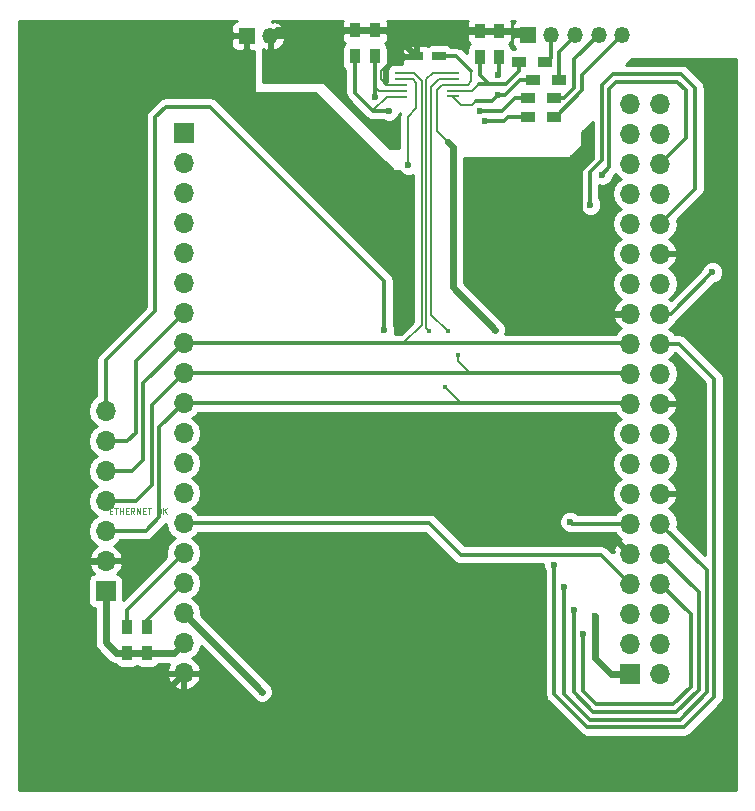
<source format=gbr>
G04 #@! TF.FileFunction,Copper,L1,Top,Signal*
%FSLAX46Y46*%
G04 Gerber Fmt 4.6, Leading zero omitted, Abs format (unit mm)*
G04 Created by KiCad (PCBNEW 4.0.6-e0-6349~53~ubuntu16.04.1) date Tue Jul  4 14:56:25 2017*
%MOMM*%
%LPD*%
G01*
G04 APERTURE LIST*
%ADD10C,0.100000*%
%ADD11R,1.200000X0.750000*%
%ADD12R,1.350000X1.350000*%
%ADD13O,1.350000X1.350000*%
%ADD14R,1.700000X1.700000*%
%ADD15O,1.700000X1.700000*%
%ADD16R,1.200000X0.900000*%
%ADD17R,0.900000X1.200000*%
%ADD18R,1.050000X0.270000*%
%ADD19C,0.600000*%
%ADD20C,0.400000*%
%ADD21C,0.600000*%
%ADD22C,0.200000*%
%ADD23C,0.350000*%
%ADD24C,0.254000*%
G04 APERTURE END LIST*
D10*
X61345239Y-72214286D02*
X61511905Y-72214286D01*
X61583334Y-72476190D02*
X61345239Y-72476190D01*
X61345239Y-71976190D01*
X61583334Y-71976190D01*
X61726191Y-71976190D02*
X62011905Y-71976190D01*
X61869048Y-72476190D02*
X61869048Y-71976190D01*
X62178572Y-72476190D02*
X62178572Y-71976190D01*
X62178572Y-72214286D02*
X62464286Y-72214286D01*
X62464286Y-72476190D02*
X62464286Y-71976190D01*
X62702382Y-72214286D02*
X62869048Y-72214286D01*
X62940477Y-72476190D02*
X62702382Y-72476190D01*
X62702382Y-71976190D01*
X62940477Y-71976190D01*
X63440477Y-72476190D02*
X63273810Y-72238095D01*
X63154763Y-72476190D02*
X63154763Y-71976190D01*
X63345239Y-71976190D01*
X63392858Y-72000000D01*
X63416667Y-72023810D01*
X63440477Y-72071429D01*
X63440477Y-72142857D01*
X63416667Y-72190476D01*
X63392858Y-72214286D01*
X63345239Y-72238095D01*
X63154763Y-72238095D01*
X63654763Y-72476190D02*
X63654763Y-71976190D01*
X63940477Y-72476190D01*
X63940477Y-71976190D01*
X64178573Y-72214286D02*
X64345239Y-72214286D01*
X64416668Y-72476190D02*
X64178573Y-72476190D01*
X64178573Y-71976190D01*
X64416668Y-71976190D01*
X64559525Y-71976190D02*
X64845239Y-71976190D01*
X64702382Y-72476190D02*
X64702382Y-71976190D01*
X65559524Y-72214286D02*
X65630953Y-72238095D01*
X65654762Y-72261905D01*
X65678572Y-72309524D01*
X65678572Y-72380952D01*
X65654762Y-72428571D01*
X65630953Y-72452381D01*
X65583334Y-72476190D01*
X65392858Y-72476190D01*
X65392858Y-71976190D01*
X65559524Y-71976190D01*
X65607143Y-72000000D01*
X65630953Y-72023810D01*
X65654762Y-72071429D01*
X65654762Y-72119048D01*
X65630953Y-72166667D01*
X65607143Y-72190476D01*
X65559524Y-72214286D01*
X65392858Y-72214286D01*
X65892858Y-72476190D02*
X65892858Y-71976190D01*
X66178572Y-72476190D02*
X65964286Y-72190476D01*
X66178572Y-71976190D02*
X65892858Y-72261905D01*
D11*
X87300000Y-33750000D03*
X89200000Y-33750000D03*
D12*
X96750000Y-31900000D03*
D13*
X98750000Y-31900000D03*
X100750000Y-31900000D03*
X102750000Y-31900000D03*
X104750000Y-31900000D03*
D14*
X105400000Y-86000000D03*
D15*
X107940000Y-86000000D03*
X105400000Y-83460000D03*
X107940000Y-83460000D03*
X105400000Y-80920000D03*
X107940000Y-80920000D03*
X105400000Y-78380000D03*
X107940000Y-78380000D03*
X105400000Y-75840000D03*
X107940000Y-75840000D03*
X105400000Y-73300000D03*
X107940000Y-73300000D03*
X105400000Y-70760000D03*
X107940000Y-70760000D03*
X105400000Y-68220000D03*
X107940000Y-68220000D03*
X105400000Y-65680000D03*
X107940000Y-65680000D03*
X105400000Y-63140000D03*
X107940000Y-63140000D03*
X105400000Y-60600000D03*
X107940000Y-60600000D03*
X105400000Y-58060000D03*
X107940000Y-58060000D03*
X105400000Y-55520000D03*
X107940000Y-55520000D03*
X105400000Y-52980000D03*
X107940000Y-52980000D03*
X105400000Y-50440000D03*
X107940000Y-50440000D03*
X105400000Y-47900000D03*
X107940000Y-47900000D03*
X105400000Y-45360000D03*
X107940000Y-45360000D03*
X105400000Y-42820000D03*
X107940000Y-42820000D03*
X105400000Y-40280000D03*
X107940000Y-40280000D03*
X105400000Y-37740000D03*
X107940000Y-37740000D03*
D16*
X96750000Y-38850000D03*
X98950000Y-38850000D03*
D17*
X83800000Y-31550000D03*
X83800000Y-33750000D03*
D16*
X96750000Y-37300000D03*
X98950000Y-37300000D03*
D17*
X82110000Y-31540000D03*
X82110000Y-33740000D03*
D16*
X97200000Y-35750000D03*
X99400000Y-35750000D03*
D17*
X94300000Y-31600000D03*
X94300000Y-33800000D03*
D16*
X96000000Y-34200000D03*
X98200000Y-34200000D03*
D17*
X92690000Y-31600000D03*
X92690000Y-33800000D03*
X64500000Y-84250000D03*
X64500000Y-82050000D03*
X62800000Y-84250000D03*
X62800000Y-82050000D03*
D18*
X86000000Y-35150000D03*
X86000000Y-35650000D03*
X86000000Y-36150000D03*
X86000000Y-36650000D03*
X86000000Y-37150000D03*
X90400000Y-37140000D03*
X90400000Y-36650000D03*
X90400000Y-36150000D03*
X90400000Y-35650000D03*
X90400000Y-35150000D03*
D14*
X61000000Y-79000000D03*
D15*
X61000000Y-76460000D03*
X61000000Y-73920000D03*
X61000000Y-71380000D03*
X61000000Y-68840000D03*
X61000000Y-66300000D03*
X61000000Y-63760000D03*
D12*
X72950000Y-32000000D03*
D13*
X74950000Y-32000000D03*
D14*
X67600000Y-40250000D03*
D15*
X67600000Y-42790000D03*
X67600000Y-45330000D03*
X67600000Y-47870000D03*
X67600000Y-50410000D03*
X67600000Y-52950000D03*
X67600000Y-55490000D03*
X67600000Y-58030000D03*
X67600000Y-60570000D03*
X67600000Y-63110000D03*
X67600000Y-65650000D03*
X67600000Y-68190000D03*
X67600000Y-70730000D03*
X67600000Y-73270000D03*
X67600000Y-75810000D03*
X67600000Y-78350000D03*
X67600000Y-80890000D03*
X67600000Y-83430000D03*
X67600000Y-85970000D03*
D19*
X93950000Y-56875000D03*
X102450000Y-81100000D03*
X67600000Y-80890000D03*
X74250000Y-87550000D03*
X102100000Y-42350000D03*
X105400000Y-37740000D03*
X90950000Y-74250000D03*
X101450000Y-82650000D03*
X100650000Y-80600000D03*
X99850000Y-78700000D03*
D20*
X89750000Y-61750000D03*
X88400000Y-57000000D03*
X90800000Y-59050000D03*
X89950000Y-57000000D03*
D19*
X86600000Y-42950000D03*
X112370000Y-52020000D03*
X102050000Y-46300000D03*
X103050000Y-43750000D03*
X83800000Y-37200000D03*
X93100000Y-39250000D03*
X85000000Y-38350000D03*
X92700000Y-38350000D03*
X94250000Y-35300000D03*
X94250000Y-37000000D03*
X99000000Y-76800000D03*
X100325000Y-73150000D03*
X84600000Y-56900000D03*
D21*
X80400000Y-31540000D02*
X75510000Y-31540000D01*
X75510000Y-31540000D02*
X74900000Y-32150000D01*
D22*
X86000000Y-36150000D02*
X84775002Y-36150000D01*
X84325002Y-34974998D02*
X85550000Y-33750000D01*
X84325002Y-35700000D02*
X84325002Y-34974998D01*
X84775002Y-36150000D02*
X84325002Y-35700000D01*
X85550000Y-33750000D02*
X87300000Y-33750000D01*
D21*
X82110000Y-31540000D02*
X80400000Y-31540000D01*
X92690000Y-31600000D02*
X94300000Y-31600000D01*
X85000000Y-31550000D02*
X92640000Y-31550000D01*
X92640000Y-31550000D02*
X92690000Y-31600000D01*
X94300000Y-31600000D02*
X95900000Y-31600000D01*
X95900000Y-31600000D02*
X96200000Y-31900000D01*
X96200000Y-31900000D02*
X96750000Y-31900000D01*
X83800000Y-31550000D02*
X85000000Y-31550000D01*
X85000000Y-31550000D02*
X85100000Y-31550000D01*
X85100000Y-31550000D02*
X87300000Y-33750000D01*
X82110000Y-31540000D02*
X83800000Y-31550000D01*
D22*
X85550000Y-33750000D02*
X87300000Y-33750000D01*
D21*
X89975000Y-41025000D02*
X90375000Y-41425000D01*
X90375000Y-41425000D02*
X90375000Y-53300000D01*
X90375000Y-53300000D02*
X93950000Y-56875000D01*
D22*
X90400000Y-36150000D02*
X89450002Y-36150000D01*
X89025000Y-40075000D02*
X89975000Y-41025000D01*
X89025000Y-36575002D02*
X89025000Y-40075000D01*
X89450002Y-36150000D02*
X89025000Y-36575002D01*
D21*
X64500000Y-84250000D02*
X66780000Y-84250000D01*
X66780000Y-84250000D02*
X67600000Y-83430000D01*
X62800000Y-84250000D02*
X64500000Y-84250000D01*
X61000000Y-79000000D02*
X61000000Y-83350000D01*
X61900000Y-84250000D02*
X62800000Y-84250000D01*
X61000000Y-83350000D02*
X61900000Y-84250000D01*
D22*
X90400000Y-36150000D02*
X91650000Y-36150000D01*
D23*
X90700000Y-33750000D02*
X91950000Y-35000000D01*
X90700000Y-33750000D02*
X89200000Y-33750000D01*
D22*
X91950000Y-35850000D02*
X91950000Y-35000000D01*
X91650000Y-36150000D02*
X91950000Y-35850000D01*
D21*
X102450000Y-81100000D02*
X102450000Y-84650000D01*
X102450000Y-84650000D02*
X103800000Y-86000000D01*
X103800000Y-86000000D02*
X105400000Y-86000000D01*
D23*
X98750000Y-31900000D02*
X98750000Y-33850000D01*
X98750000Y-33850000D02*
X98400000Y-34200000D01*
X100750000Y-31900000D02*
X100750000Y-32000000D01*
X99400000Y-33350000D02*
X99400000Y-35750000D01*
X100750000Y-32000000D02*
X99400000Y-33350000D01*
X98950000Y-37300000D02*
X99800000Y-37300000D01*
X100700000Y-33950000D02*
X102750000Y-31900000D01*
X100700000Y-36400000D02*
X100700000Y-33950000D01*
X99800000Y-37300000D02*
X100700000Y-36400000D01*
X98950000Y-38850000D02*
X99098530Y-38850000D01*
X99098530Y-38850000D02*
X101330000Y-36618530D01*
X101330000Y-36618530D02*
X101330000Y-35320000D01*
X101330000Y-35320000D02*
X104750000Y-31900000D01*
D21*
X67600000Y-80890000D02*
X74250000Y-87540000D01*
X74250000Y-87540000D02*
X74250000Y-87550000D01*
D23*
X67600000Y-80890000D02*
X67600000Y-80900000D01*
X64500000Y-82050000D02*
X64500000Y-81450000D01*
X64500000Y-81450000D02*
X67600000Y-78350000D01*
X62800000Y-82050000D02*
X62800000Y-80610000D01*
X62800000Y-80610000D02*
X67600000Y-75810000D01*
D21*
X99900000Y-74250000D02*
X103810000Y-74250000D01*
X103810000Y-74250000D02*
X105400000Y-75840000D01*
X61000000Y-76460000D02*
X58540000Y-76460000D01*
X66620000Y-86950000D02*
X67600000Y-85970000D01*
X60050000Y-86950000D02*
X66620000Y-86950000D01*
X57550000Y-84450000D02*
X60050000Y-86950000D01*
X57550000Y-77450000D02*
X57550000Y-84450000D01*
X58540000Y-76460000D02*
X57550000Y-77450000D01*
X101100000Y-45000000D02*
X101100000Y-43350000D01*
X101100000Y-43350000D02*
X102100000Y-42350000D01*
X105400000Y-55520000D02*
X102570000Y-55520000D01*
X101100000Y-54050000D02*
X101100000Y-45000000D01*
X102570000Y-55520000D02*
X101100000Y-54050000D01*
X99050000Y-74250000D02*
X90950000Y-74250000D01*
X99900000Y-74250000D02*
X99050000Y-74250000D01*
D23*
X67600000Y-73270000D02*
X88420000Y-73270000D01*
X102970000Y-75950000D02*
X105400000Y-78380000D01*
X91100000Y-75950000D02*
X102970000Y-75950000D01*
X88420000Y-73270000D02*
X91100000Y-75950000D01*
X110550000Y-80990000D02*
X107940000Y-78380000D01*
X110550000Y-87100000D02*
X110550000Y-80990000D01*
X109050000Y-88600000D02*
X110550000Y-87100000D01*
X102950000Y-88600000D02*
X109050000Y-88600000D01*
X102550000Y-88600000D02*
X102950000Y-88600000D01*
X101450000Y-83800000D02*
X101450000Y-87500000D01*
X101450000Y-87500000D02*
X102550000Y-88600000D01*
X101450000Y-82650000D02*
X101450000Y-83800000D01*
X111200000Y-79800000D02*
X111200000Y-79100000D01*
X111200000Y-79100000D02*
X107940000Y-75840000D01*
X100650000Y-87600000D02*
X100650000Y-80600000D01*
X102300000Y-89250000D02*
X100650000Y-87600000D01*
X109300000Y-89250000D02*
X102300000Y-89250000D01*
X111200000Y-87350000D02*
X109300000Y-89250000D01*
X111200000Y-79800000D02*
X111200000Y-87350000D01*
X99850000Y-82850000D02*
X99850000Y-87700000D01*
X111900000Y-77260000D02*
X107940000Y-73300000D01*
X111900000Y-87600000D02*
X111900000Y-77260000D01*
X109600000Y-89900000D02*
X111900000Y-87600000D01*
X102050000Y-89900000D02*
X109600000Y-89900000D01*
X99850000Y-87700000D02*
X102050000Y-89900000D01*
X99850000Y-78700000D02*
X99850000Y-82850000D01*
X99850000Y-82850000D02*
X99850000Y-83250000D01*
D22*
X91100000Y-63100000D02*
X91100000Y-63110000D01*
X89750000Y-61750000D02*
X91100000Y-63100000D01*
X88150002Y-39650000D02*
X88150002Y-56050000D01*
X88150002Y-56750002D02*
X88400000Y-57000000D01*
X88150002Y-56050000D02*
X88150002Y-56750002D01*
X90400000Y-35150000D02*
X88700000Y-35150000D01*
X88150002Y-35699998D02*
X88150002Y-39650000D01*
X88150002Y-39650000D02*
X88150002Y-39850000D01*
X88700000Y-35150000D02*
X88150002Y-35699998D01*
D23*
X67600000Y-63110000D02*
X91100000Y-63110000D01*
X91100000Y-63110000D02*
X105370000Y-63110000D01*
X61000000Y-73920000D02*
X64380000Y-73920000D01*
X65550000Y-65160000D02*
X67600000Y-63110000D01*
X65550000Y-72750000D02*
X65550000Y-65160000D01*
X64380000Y-73920000D02*
X65550000Y-72750000D01*
D22*
X88574998Y-38575000D02*
X88574998Y-55624998D01*
X88574998Y-55624998D02*
X89950000Y-57000000D01*
X90400000Y-35650000D02*
X89225004Y-35650000D01*
X88574998Y-36300006D02*
X88574998Y-38575000D01*
X89225004Y-35650000D02*
X88574998Y-36300006D01*
X90800000Y-59500000D02*
X91870000Y-60570000D01*
X91870000Y-60570000D02*
X91880000Y-60570000D01*
X91880000Y-60570000D02*
X91900000Y-60550000D01*
X91900000Y-60550000D02*
X91900000Y-60570000D01*
X90800000Y-59050000D02*
X90800000Y-59500000D01*
D23*
X67600000Y-60570000D02*
X91900000Y-60570000D01*
X91900000Y-60570000D02*
X105370000Y-60570000D01*
X61000000Y-71380000D02*
X63570000Y-71380000D01*
X64900000Y-63270000D02*
X67600000Y-60570000D01*
X64900000Y-70050000D02*
X64900000Y-63270000D01*
X63570000Y-71380000D02*
X64900000Y-70050000D01*
D22*
X86000000Y-35150000D02*
X87100000Y-35150000D01*
X87750000Y-56500000D02*
X86220000Y-58030000D01*
X87750000Y-35800000D02*
X87750000Y-56500000D01*
X87100000Y-35150000D02*
X87750000Y-35800000D01*
D23*
X67600000Y-58030000D02*
X86220000Y-58030000D01*
X86220000Y-58030000D02*
X105370000Y-58030000D01*
X61000000Y-68840000D02*
X63260000Y-68840000D01*
X64200000Y-61430000D02*
X67600000Y-58030000D01*
X64200000Y-67900000D02*
X64200000Y-61430000D01*
X63260000Y-68840000D02*
X64200000Y-67900000D01*
X67550000Y-58120000D02*
X67530000Y-58120000D01*
D22*
X87315527Y-36850000D02*
X87315527Y-38134473D01*
X86600000Y-38850000D02*
X86600000Y-42950000D01*
X87315527Y-38134473D02*
X86600000Y-38850000D01*
X86000000Y-35650000D02*
X87000000Y-35650000D01*
X87315527Y-35965527D02*
X87315527Y-36850000D01*
X87000000Y-35650000D02*
X87315527Y-35965527D01*
D23*
X108870000Y-55520000D02*
X107940000Y-55520000D01*
X112370000Y-52020000D02*
X108870000Y-55520000D01*
X110900000Y-44940000D02*
X107940000Y-47900000D01*
X110900000Y-36400000D02*
X110900000Y-44940000D01*
X109750000Y-35250000D02*
X110900000Y-36400000D01*
X103950000Y-35250000D02*
X109750000Y-35250000D01*
X103049998Y-36150002D02*
X103950000Y-35250000D01*
X103049998Y-42500002D02*
X103049998Y-36150002D01*
X102000000Y-43550000D02*
X103049998Y-42500002D01*
X102000000Y-46250000D02*
X102000000Y-43550000D01*
X102050000Y-46300000D02*
X102000000Y-46250000D01*
X103650000Y-43150000D02*
X103650000Y-42250000D01*
X103050000Y-43750000D02*
X103650000Y-43150000D01*
X110100000Y-40660000D02*
X107940000Y-42820000D01*
X103650000Y-42250000D02*
X103650000Y-36500000D01*
X103650000Y-36500000D02*
X104250000Y-35900000D01*
X104250000Y-35900000D02*
X109400000Y-35900000D01*
X109400000Y-35900000D02*
X110100000Y-36600000D01*
X110100000Y-36600000D02*
X110100000Y-40660000D01*
D22*
X86000000Y-36650000D02*
X84150000Y-36650000D01*
X84150000Y-36650000D02*
X83800000Y-36300000D01*
D23*
X96750000Y-38850000D02*
X95100000Y-38850000D01*
X83800000Y-36300000D02*
X83800000Y-37200000D01*
X95100000Y-38850000D02*
X94700000Y-39250000D01*
X94700000Y-39250000D02*
X93100000Y-39250000D01*
X83800000Y-35600000D02*
X83800000Y-36300000D01*
X83800000Y-34050000D02*
X83800000Y-35600000D01*
D22*
X86000000Y-37150000D02*
X84800000Y-37150000D01*
X83650000Y-38300000D02*
X83650000Y-38350000D01*
X84800000Y-37150000D02*
X83650000Y-38300000D01*
D23*
X82110000Y-33740000D02*
X82110000Y-36771016D01*
X82150000Y-36850000D02*
X83650000Y-38350000D01*
X82149492Y-36810503D02*
X82150000Y-36850000D01*
X82110000Y-36771016D02*
X82149492Y-36810508D01*
X82149492Y-36810508D02*
X82149492Y-36810503D01*
X92700000Y-38350000D02*
X94600000Y-38350000D01*
X94600000Y-38350000D02*
X95650000Y-37300000D01*
X95650000Y-37300000D02*
X96750000Y-37300000D01*
X83650000Y-38350000D02*
X84100000Y-38350000D01*
X84100000Y-38350000D02*
X85000000Y-38350000D01*
D22*
X90400000Y-37140000D02*
X90400000Y-37150000D01*
X90400000Y-37150000D02*
X91100000Y-37850000D01*
X92050000Y-37850000D02*
X92350000Y-37550000D01*
X91100000Y-37850000D02*
X92050000Y-37850000D01*
D23*
X94300000Y-33800000D02*
X94300000Y-35250000D01*
X94300000Y-35250000D02*
X94250000Y-35300000D01*
X94250000Y-37000000D02*
X94848530Y-37000000D01*
X96098530Y-35750000D02*
X97200000Y-35750000D01*
X94848530Y-37000000D02*
X96098530Y-35750000D01*
X93700000Y-37550000D02*
X92350000Y-37550000D01*
X94250000Y-37000000D02*
X93700000Y-37550000D01*
X92690000Y-33800000D02*
X92690000Y-35340000D01*
X92690000Y-35340000D02*
X93450000Y-36100000D01*
D22*
X90400000Y-36650000D02*
X92050000Y-36650000D01*
X92650000Y-36050000D02*
X92650000Y-36100000D01*
X92600000Y-36100000D02*
X92650000Y-36050000D01*
X92050000Y-36650000D02*
X92600000Y-36100000D01*
D23*
X92650000Y-36100000D02*
X93450000Y-36100000D01*
X93450000Y-36100000D02*
X94900000Y-36100000D01*
X94900000Y-36100000D02*
X96000000Y-35000000D01*
X96000000Y-35000000D02*
X96000000Y-34200000D01*
X107940000Y-58060000D02*
X109560000Y-58060000D01*
X109560000Y-58060000D02*
X112550000Y-61050000D01*
X112550000Y-61050000D02*
X112550000Y-87950000D01*
X112550000Y-87950000D02*
X109950000Y-90550000D01*
X109950000Y-90550000D02*
X101800000Y-90550000D01*
X101800000Y-90550000D02*
X99000000Y-87750000D01*
X99000000Y-87750000D02*
X99000000Y-76800000D01*
X61000000Y-66300000D02*
X62850000Y-66300000D01*
X62850000Y-66300000D02*
X63550000Y-65600000D01*
X63550000Y-65600000D02*
X63550000Y-59540000D01*
X63550000Y-59540000D02*
X67600000Y-55490000D01*
X67550000Y-55580000D02*
X67550000Y-55600000D01*
X61000000Y-63760000D02*
X61000000Y-59475000D01*
X100475000Y-73300000D02*
X105400000Y-73300000D01*
X100325000Y-73150000D02*
X100475000Y-73300000D01*
X84600000Y-52750000D02*
X84600000Y-56900000D01*
X69850000Y-38000000D02*
X84600000Y-52750000D01*
X66100000Y-38000000D02*
X69850000Y-38000000D01*
X65200000Y-38900000D02*
X66100000Y-38000000D01*
X65200000Y-55275000D02*
X65200000Y-38900000D01*
X61000000Y-59475000D02*
X65200000Y-55275000D01*
D24*
G36*
X81025000Y-30813691D02*
X81025000Y-31254250D01*
X81183750Y-31413000D01*
X81983000Y-31413000D01*
X81983000Y-31393000D01*
X82237000Y-31393000D01*
X82237000Y-31413000D01*
X82863750Y-31413000D01*
X82873750Y-31423000D01*
X83673000Y-31423000D01*
X83673000Y-31403000D01*
X83927000Y-31403000D01*
X83927000Y-31423000D01*
X84726250Y-31423000D01*
X84885000Y-31264250D01*
X84885000Y-30823691D01*
X84837908Y-30710000D01*
X91672803Y-30710000D01*
X91605000Y-30873691D01*
X91605000Y-31314250D01*
X91763750Y-31473000D01*
X92563000Y-31473000D01*
X92563000Y-31453000D01*
X92817000Y-31453000D01*
X92817000Y-31473000D01*
X94173000Y-31473000D01*
X94173000Y-31453000D01*
X94427000Y-31453000D01*
X94427000Y-31473000D01*
X95226250Y-31473000D01*
X95385000Y-31314250D01*
X95385000Y-30873691D01*
X95317197Y-30710000D01*
X95691974Y-30710000D01*
X95536673Y-30865302D01*
X95440000Y-31098691D01*
X95440000Y-31614250D01*
X95598750Y-31773000D01*
X96623000Y-31773000D01*
X96623000Y-31753000D01*
X96877000Y-31753000D01*
X96877000Y-31773000D01*
X96897000Y-31773000D01*
X96897000Y-32027000D01*
X96877000Y-32027000D01*
X96877000Y-32047000D01*
X96623000Y-32047000D01*
X96623000Y-32027000D01*
X95598750Y-32027000D01*
X95440000Y-32185750D01*
X95440000Y-32701309D01*
X95536673Y-32934698D01*
X95704534Y-33102560D01*
X95400000Y-33102560D01*
X95379820Y-33106357D01*
X95353162Y-32964683D01*
X95214090Y-32748559D01*
X95145994Y-32702031D01*
X95288327Y-32559698D01*
X95385000Y-32326309D01*
X95385000Y-31885750D01*
X95226250Y-31727000D01*
X94427000Y-31727000D01*
X94427000Y-31747000D01*
X94173000Y-31747000D01*
X94173000Y-31727000D01*
X92817000Y-31727000D01*
X92817000Y-31747000D01*
X92563000Y-31747000D01*
X92563000Y-31727000D01*
X91763750Y-31727000D01*
X91605000Y-31885750D01*
X91605000Y-32326309D01*
X91701673Y-32559698D01*
X91842910Y-32700936D01*
X91788559Y-32735910D01*
X91643569Y-32948110D01*
X91592560Y-33200000D01*
X91592560Y-33497048D01*
X91272756Y-33177244D01*
X91237324Y-33153569D01*
X91009974Y-33001658D01*
X90700000Y-32940000D01*
X90274669Y-32940000D01*
X90264090Y-32923559D01*
X90051890Y-32778569D01*
X89800000Y-32727560D01*
X88600000Y-32727560D01*
X88364683Y-32771838D01*
X88261354Y-32838329D01*
X88259698Y-32836673D01*
X88026309Y-32740000D01*
X87585750Y-32740000D01*
X87427000Y-32898750D01*
X87427000Y-33623000D01*
X87447000Y-33623000D01*
X87447000Y-33877000D01*
X87427000Y-33877000D01*
X87427000Y-33897000D01*
X87173000Y-33897000D01*
X87173000Y-33877000D01*
X86223750Y-33877000D01*
X86065000Y-34035750D01*
X86065000Y-34251310D01*
X86113152Y-34367560D01*
X85475000Y-34367560D01*
X85239683Y-34411838D01*
X85023559Y-34550910D01*
X84878569Y-34763110D01*
X84827560Y-35015000D01*
X84827560Y-35285000D01*
X84849993Y-35404222D01*
X84827560Y-35515000D01*
X84827560Y-35785000D01*
X84844862Y-35876953D01*
X84840000Y-35888691D01*
X84840000Y-35915000D01*
X84610000Y-35915000D01*
X84610000Y-34872931D01*
X84701441Y-34814090D01*
X84846431Y-34601890D01*
X84897440Y-34350000D01*
X84897440Y-33248690D01*
X86065000Y-33248690D01*
X86065000Y-33464250D01*
X86223750Y-33623000D01*
X87173000Y-33623000D01*
X87173000Y-32898750D01*
X87014250Y-32740000D01*
X86573691Y-32740000D01*
X86340302Y-32836673D01*
X86161673Y-33015301D01*
X86065000Y-33248690D01*
X84897440Y-33248690D01*
X84897440Y-33150000D01*
X84853162Y-32914683D01*
X84714090Y-32698559D01*
X84645994Y-32652031D01*
X84788327Y-32509698D01*
X84885000Y-32276309D01*
X84885000Y-31835750D01*
X84726250Y-31677000D01*
X83927000Y-31677000D01*
X83927000Y-31697000D01*
X83673000Y-31697000D01*
X83673000Y-31677000D01*
X83046250Y-31677000D01*
X83036250Y-31667000D01*
X82237000Y-31667000D01*
X82237000Y-31687000D01*
X81983000Y-31687000D01*
X81983000Y-31667000D01*
X81183750Y-31667000D01*
X81025000Y-31825750D01*
X81025000Y-32266309D01*
X81121673Y-32499698D01*
X81262910Y-32640936D01*
X81208559Y-32675910D01*
X81063569Y-32888110D01*
X81012560Y-33140000D01*
X81012560Y-34340000D01*
X81056838Y-34575317D01*
X81195910Y-34791441D01*
X81300000Y-34862563D01*
X81300000Y-36771016D01*
X81361658Y-37080990D01*
X81396243Y-37132750D01*
X81401658Y-37159973D01*
X81404604Y-37164382D01*
X81405706Y-37169572D01*
X81492301Y-37295629D01*
X81577244Y-37422756D01*
X83077243Y-38922756D01*
X83161495Y-38979051D01*
X83340026Y-39098342D01*
X83650000Y-39160000D01*
X84512559Y-39160000D01*
X84813201Y-39284838D01*
X85185167Y-39285162D01*
X85528943Y-39143117D01*
X85792192Y-38880327D01*
X85920369Y-38571644D01*
X85865000Y-38850000D01*
X85865000Y-41523000D01*
X85102606Y-41523000D01*
X79489803Y-35910197D01*
X79447789Y-35882334D01*
X79400000Y-35873000D01*
X74327000Y-35873000D01*
X74327000Y-33146307D01*
X74620600Y-33267910D01*
X74823000Y-33144224D01*
X74823000Y-32127000D01*
X75077000Y-32127000D01*
X75077000Y-33144224D01*
X75279400Y-33267910D01*
X75613633Y-33129478D01*
X75995349Y-32789540D01*
X76217920Y-32329402D01*
X76095090Y-32127000D01*
X75077000Y-32127000D01*
X74823000Y-32127000D01*
X74803000Y-32127000D01*
X74803000Y-31873000D01*
X74823000Y-31873000D01*
X74823000Y-31853000D01*
X75077000Y-31853000D01*
X75077000Y-31873000D01*
X76095090Y-31873000D01*
X76217920Y-31670598D01*
X75995349Y-31210460D01*
X75613633Y-30870522D01*
X75279400Y-30732090D01*
X75077002Y-30855775D01*
X75077002Y-30710000D01*
X81067950Y-30710000D01*
X81025000Y-30813691D01*
X81025000Y-30813691D01*
G37*
X81025000Y-30813691D02*
X81025000Y-31254250D01*
X81183750Y-31413000D01*
X81983000Y-31413000D01*
X81983000Y-31393000D01*
X82237000Y-31393000D01*
X82237000Y-31413000D01*
X82863750Y-31413000D01*
X82873750Y-31423000D01*
X83673000Y-31423000D01*
X83673000Y-31403000D01*
X83927000Y-31403000D01*
X83927000Y-31423000D01*
X84726250Y-31423000D01*
X84885000Y-31264250D01*
X84885000Y-30823691D01*
X84837908Y-30710000D01*
X91672803Y-30710000D01*
X91605000Y-30873691D01*
X91605000Y-31314250D01*
X91763750Y-31473000D01*
X92563000Y-31473000D01*
X92563000Y-31453000D01*
X92817000Y-31453000D01*
X92817000Y-31473000D01*
X94173000Y-31473000D01*
X94173000Y-31453000D01*
X94427000Y-31453000D01*
X94427000Y-31473000D01*
X95226250Y-31473000D01*
X95385000Y-31314250D01*
X95385000Y-30873691D01*
X95317197Y-30710000D01*
X95691974Y-30710000D01*
X95536673Y-30865302D01*
X95440000Y-31098691D01*
X95440000Y-31614250D01*
X95598750Y-31773000D01*
X96623000Y-31773000D01*
X96623000Y-31753000D01*
X96877000Y-31753000D01*
X96877000Y-31773000D01*
X96897000Y-31773000D01*
X96897000Y-32027000D01*
X96877000Y-32027000D01*
X96877000Y-32047000D01*
X96623000Y-32047000D01*
X96623000Y-32027000D01*
X95598750Y-32027000D01*
X95440000Y-32185750D01*
X95440000Y-32701309D01*
X95536673Y-32934698D01*
X95704534Y-33102560D01*
X95400000Y-33102560D01*
X95379820Y-33106357D01*
X95353162Y-32964683D01*
X95214090Y-32748559D01*
X95145994Y-32702031D01*
X95288327Y-32559698D01*
X95385000Y-32326309D01*
X95385000Y-31885750D01*
X95226250Y-31727000D01*
X94427000Y-31727000D01*
X94427000Y-31747000D01*
X94173000Y-31747000D01*
X94173000Y-31727000D01*
X92817000Y-31727000D01*
X92817000Y-31747000D01*
X92563000Y-31747000D01*
X92563000Y-31727000D01*
X91763750Y-31727000D01*
X91605000Y-31885750D01*
X91605000Y-32326309D01*
X91701673Y-32559698D01*
X91842910Y-32700936D01*
X91788559Y-32735910D01*
X91643569Y-32948110D01*
X91592560Y-33200000D01*
X91592560Y-33497048D01*
X91272756Y-33177244D01*
X91237324Y-33153569D01*
X91009974Y-33001658D01*
X90700000Y-32940000D01*
X90274669Y-32940000D01*
X90264090Y-32923559D01*
X90051890Y-32778569D01*
X89800000Y-32727560D01*
X88600000Y-32727560D01*
X88364683Y-32771838D01*
X88261354Y-32838329D01*
X88259698Y-32836673D01*
X88026309Y-32740000D01*
X87585750Y-32740000D01*
X87427000Y-32898750D01*
X87427000Y-33623000D01*
X87447000Y-33623000D01*
X87447000Y-33877000D01*
X87427000Y-33877000D01*
X87427000Y-33897000D01*
X87173000Y-33897000D01*
X87173000Y-33877000D01*
X86223750Y-33877000D01*
X86065000Y-34035750D01*
X86065000Y-34251310D01*
X86113152Y-34367560D01*
X85475000Y-34367560D01*
X85239683Y-34411838D01*
X85023559Y-34550910D01*
X84878569Y-34763110D01*
X84827560Y-35015000D01*
X84827560Y-35285000D01*
X84849993Y-35404222D01*
X84827560Y-35515000D01*
X84827560Y-35785000D01*
X84844862Y-35876953D01*
X84840000Y-35888691D01*
X84840000Y-35915000D01*
X84610000Y-35915000D01*
X84610000Y-34872931D01*
X84701441Y-34814090D01*
X84846431Y-34601890D01*
X84897440Y-34350000D01*
X84897440Y-33248690D01*
X86065000Y-33248690D01*
X86065000Y-33464250D01*
X86223750Y-33623000D01*
X87173000Y-33623000D01*
X87173000Y-32898750D01*
X87014250Y-32740000D01*
X86573691Y-32740000D01*
X86340302Y-32836673D01*
X86161673Y-33015301D01*
X86065000Y-33248690D01*
X84897440Y-33248690D01*
X84897440Y-33150000D01*
X84853162Y-32914683D01*
X84714090Y-32698559D01*
X84645994Y-32652031D01*
X84788327Y-32509698D01*
X84885000Y-32276309D01*
X84885000Y-31835750D01*
X84726250Y-31677000D01*
X83927000Y-31677000D01*
X83927000Y-31697000D01*
X83673000Y-31697000D01*
X83673000Y-31677000D01*
X83046250Y-31677000D01*
X83036250Y-31667000D01*
X82237000Y-31667000D01*
X82237000Y-31687000D01*
X81983000Y-31687000D01*
X81983000Y-31667000D01*
X81183750Y-31667000D01*
X81025000Y-31825750D01*
X81025000Y-32266309D01*
X81121673Y-32499698D01*
X81262910Y-32640936D01*
X81208559Y-32675910D01*
X81063569Y-32888110D01*
X81012560Y-33140000D01*
X81012560Y-34340000D01*
X81056838Y-34575317D01*
X81195910Y-34791441D01*
X81300000Y-34862563D01*
X81300000Y-36771016D01*
X81361658Y-37080990D01*
X81396243Y-37132750D01*
X81401658Y-37159973D01*
X81404604Y-37164382D01*
X81405706Y-37169572D01*
X81492301Y-37295629D01*
X81577244Y-37422756D01*
X83077243Y-38922756D01*
X83161495Y-38979051D01*
X83340026Y-39098342D01*
X83650000Y-39160000D01*
X84512559Y-39160000D01*
X84813201Y-39284838D01*
X85185167Y-39285162D01*
X85528943Y-39143117D01*
X85792192Y-38880327D01*
X85920369Y-38571644D01*
X85865000Y-38850000D01*
X85865000Y-41523000D01*
X85102606Y-41523000D01*
X79489803Y-35910197D01*
X79447789Y-35882334D01*
X79400000Y-35873000D01*
X74327000Y-35873000D01*
X74327000Y-33146307D01*
X74620600Y-33267910D01*
X74823000Y-33144224D01*
X74823000Y-32127000D01*
X75077000Y-32127000D01*
X75077000Y-33144224D01*
X75279400Y-33267910D01*
X75613633Y-33129478D01*
X75995349Y-32789540D01*
X76217920Y-32329402D01*
X76095090Y-32127000D01*
X75077000Y-32127000D01*
X74823000Y-32127000D01*
X74803000Y-32127000D01*
X74803000Y-31873000D01*
X74823000Y-31873000D01*
X74823000Y-31853000D01*
X75077000Y-31853000D01*
X75077000Y-31873000D01*
X76095090Y-31873000D01*
X76217920Y-31670598D01*
X75995349Y-31210460D01*
X75613633Y-30870522D01*
X75279400Y-30732090D01*
X75077002Y-30855775D01*
X75077002Y-30710000D01*
X81067950Y-30710000D01*
X81025000Y-30813691D01*
G36*
X71915301Y-30786673D02*
X71736673Y-30965302D01*
X71640000Y-31198691D01*
X71640000Y-31714250D01*
X71798750Y-31873000D01*
X72823000Y-31873000D01*
X72823000Y-31853000D01*
X73077000Y-31853000D01*
X73077000Y-31873000D01*
X73097000Y-31873000D01*
X73097000Y-32127000D01*
X73077000Y-32127000D01*
X73077000Y-33151250D01*
X73235750Y-33310000D01*
X73523000Y-33310000D01*
X73523000Y-36700000D01*
X73533006Y-36749410D01*
X73561447Y-36791035D01*
X73603841Y-36818315D01*
X73650000Y-36827000D01*
X78747394Y-36827000D01*
X85310197Y-43389803D01*
X85352211Y-43417666D01*
X85400000Y-43427000D01*
X85785421Y-43427000D01*
X85806883Y-43478943D01*
X86069673Y-43742192D01*
X86413201Y-43884838D01*
X86785167Y-43885162D01*
X87015000Y-43790197D01*
X87015000Y-56195553D01*
X85990554Y-57220000D01*
X85479528Y-57220000D01*
X85534838Y-57086799D01*
X85535162Y-56714833D01*
X85410000Y-56411917D01*
X85410000Y-52750000D01*
X85348342Y-52440026D01*
X85260549Y-52308635D01*
X85172756Y-52177243D01*
X70422756Y-37427244D01*
X70362226Y-37386799D01*
X70159974Y-37251658D01*
X69850000Y-37190000D01*
X66100000Y-37190000D01*
X65790026Y-37251658D01*
X65702713Y-37309999D01*
X65527243Y-37427244D01*
X64627244Y-38327244D01*
X64451658Y-38590026D01*
X64390000Y-38900000D01*
X64390000Y-54939487D01*
X60427244Y-58902244D01*
X60251658Y-59165026D01*
X60190000Y-59475000D01*
X60190000Y-62530108D01*
X59920853Y-62709946D01*
X59598946Y-63191715D01*
X59485907Y-63760000D01*
X59598946Y-64328285D01*
X59920853Y-64810054D01*
X60250026Y-65030000D01*
X59920853Y-65249946D01*
X59598946Y-65731715D01*
X59485907Y-66300000D01*
X59598946Y-66868285D01*
X59920853Y-67350054D01*
X60250026Y-67570000D01*
X59920853Y-67789946D01*
X59598946Y-68271715D01*
X59485907Y-68840000D01*
X59598946Y-69408285D01*
X59920853Y-69890054D01*
X60250026Y-70110000D01*
X59920853Y-70329946D01*
X59598946Y-70811715D01*
X59485907Y-71380000D01*
X59598946Y-71948285D01*
X59920853Y-72430054D01*
X60250026Y-72650000D01*
X59920853Y-72869946D01*
X59598946Y-73351715D01*
X59485907Y-73920000D01*
X59598946Y-74488285D01*
X59920853Y-74970054D01*
X60261553Y-75197702D01*
X60118642Y-75264817D01*
X59728355Y-75693076D01*
X59558524Y-76103110D01*
X59679845Y-76333000D01*
X60873000Y-76333000D01*
X60873000Y-76313000D01*
X61127000Y-76313000D01*
X61127000Y-76333000D01*
X62320155Y-76333000D01*
X62441476Y-76103110D01*
X62271645Y-75693076D01*
X61881358Y-75264817D01*
X61738447Y-75197702D01*
X62079147Y-74970054D01*
X62239546Y-74730000D01*
X64380000Y-74730000D01*
X64689974Y-74668342D01*
X64952756Y-74492756D01*
X66100774Y-73344739D01*
X66198946Y-73838285D01*
X66520853Y-74320054D01*
X66850026Y-74540000D01*
X66520853Y-74759946D01*
X66198946Y-75241715D01*
X66085907Y-75810000D01*
X66147058Y-76117429D01*
X62497440Y-79767048D01*
X62497440Y-78150000D01*
X62453162Y-77914683D01*
X62314090Y-77698559D01*
X62101890Y-77553569D01*
X61993893Y-77531699D01*
X62271645Y-77226924D01*
X62441476Y-76816890D01*
X62320155Y-76587000D01*
X61127000Y-76587000D01*
X61127000Y-76607000D01*
X60873000Y-76607000D01*
X60873000Y-76587000D01*
X59679845Y-76587000D01*
X59558524Y-76816890D01*
X59728355Y-77226924D01*
X60004501Y-77529937D01*
X59914683Y-77546838D01*
X59698559Y-77685910D01*
X59553569Y-77898110D01*
X59502560Y-78150000D01*
X59502560Y-79850000D01*
X59546838Y-80085317D01*
X59685910Y-80301441D01*
X59898110Y-80446431D01*
X60065000Y-80480227D01*
X60065000Y-83350000D01*
X60136173Y-83707809D01*
X60338855Y-84011145D01*
X61238855Y-84911145D01*
X61542191Y-85113827D01*
X61797916Y-85164694D01*
X61885910Y-85301441D01*
X62098110Y-85446431D01*
X62350000Y-85497440D01*
X63250000Y-85497440D01*
X63485317Y-85453162D01*
X63651477Y-85346241D01*
X63798110Y-85446431D01*
X64050000Y-85497440D01*
X64950000Y-85497440D01*
X65185317Y-85453162D01*
X65401441Y-85314090D01*
X65489644Y-85185000D01*
X66344828Y-85185000D01*
X66328355Y-85203076D01*
X66158524Y-85613110D01*
X66279845Y-85843000D01*
X67473000Y-85843000D01*
X67473000Y-85823000D01*
X67727000Y-85823000D01*
X67727000Y-85843000D01*
X68920155Y-85843000D01*
X69041476Y-85613110D01*
X68871645Y-85203076D01*
X68481358Y-84774817D01*
X68338447Y-84707702D01*
X68679147Y-84480054D01*
X69001054Y-83998285D01*
X69064920Y-83677210D01*
X73450004Y-88062294D01*
X73456883Y-88078943D01*
X73719673Y-88342192D01*
X74063201Y-88484838D01*
X74435167Y-88485162D01*
X74778943Y-88343117D01*
X75042192Y-88080327D01*
X75184838Y-87736799D01*
X75185162Y-87364833D01*
X75117662Y-87201470D01*
X75113827Y-87182191D01*
X75103002Y-87165990D01*
X75043117Y-87021057D01*
X74931352Y-86909096D01*
X74911145Y-86878855D01*
X69082271Y-81049981D01*
X69114093Y-80890000D01*
X69001054Y-80321715D01*
X68679147Y-79839946D01*
X68349974Y-79620000D01*
X68679147Y-79400054D01*
X69001054Y-78918285D01*
X69114093Y-78350000D01*
X69001054Y-77781715D01*
X68679147Y-77299946D01*
X68349974Y-77080000D01*
X68679147Y-76860054D01*
X69001054Y-76378285D01*
X69114093Y-75810000D01*
X69001054Y-75241715D01*
X68679147Y-74759946D01*
X68349974Y-74540000D01*
X68679147Y-74320054D01*
X68839546Y-74080000D01*
X88084488Y-74080000D01*
X90527243Y-76522756D01*
X90653210Y-76606924D01*
X90790026Y-76698342D01*
X91100000Y-76760000D01*
X98065034Y-76760000D01*
X98064838Y-76985167D01*
X98190000Y-77288083D01*
X98190000Y-87750000D01*
X98251658Y-88059974D01*
X98405375Y-88290027D01*
X98427244Y-88322756D01*
X101227244Y-91122757D01*
X101384771Y-91228012D01*
X101490026Y-91298342D01*
X101800000Y-91360000D01*
X109950000Y-91360000D01*
X110259974Y-91298342D01*
X110522756Y-91122756D01*
X113122756Y-88522757D01*
X113256392Y-88322756D01*
X113298342Y-88259974D01*
X113360000Y-87950000D01*
X113360000Y-61050000D01*
X113326180Y-60879974D01*
X113298343Y-60740027D01*
X113122757Y-60477244D01*
X110132756Y-57487244D01*
X110111073Y-57472756D01*
X109869974Y-57311658D01*
X109560000Y-57250000D01*
X109179546Y-57250000D01*
X109019147Y-57009946D01*
X108689974Y-56790000D01*
X109019147Y-56570054D01*
X109253628Y-56219128D01*
X109442756Y-56092756D01*
X112598084Y-52937429D01*
X112898943Y-52813117D01*
X113162192Y-52550327D01*
X113304838Y-52206799D01*
X113305162Y-51834833D01*
X113163117Y-51491057D01*
X112900327Y-51227808D01*
X112556799Y-51085162D01*
X112184833Y-51084838D01*
X111841057Y-51226883D01*
X111577808Y-51489673D01*
X111452116Y-51792371D01*
X108872517Y-54371971D01*
X108689974Y-54250000D01*
X109019147Y-54030054D01*
X109341054Y-53548285D01*
X109454093Y-52980000D01*
X109341054Y-52411715D01*
X109019147Y-51929946D01*
X108678447Y-51702298D01*
X108821358Y-51635183D01*
X109211645Y-51206924D01*
X109381476Y-50796890D01*
X109260155Y-50567000D01*
X108067000Y-50567000D01*
X108067000Y-50587000D01*
X107813000Y-50587000D01*
X107813000Y-50567000D01*
X107793000Y-50567000D01*
X107793000Y-50313000D01*
X107813000Y-50313000D01*
X107813000Y-50293000D01*
X108067000Y-50293000D01*
X108067000Y-50313000D01*
X109260155Y-50313000D01*
X109381476Y-50083110D01*
X109211645Y-49673076D01*
X108821358Y-49244817D01*
X108678447Y-49177702D01*
X109019147Y-48950054D01*
X109341054Y-48468285D01*
X109454093Y-47900000D01*
X109392941Y-47592571D01*
X111472756Y-45512757D01*
X111560549Y-45381365D01*
X111648342Y-45249974D01*
X111710000Y-44940000D01*
X111710000Y-36400000D01*
X111703978Y-36369724D01*
X111648343Y-36090027D01*
X111472757Y-35827244D01*
X110322756Y-34677244D01*
X110284811Y-34651890D01*
X110059974Y-34501658D01*
X109750000Y-34440000D01*
X105039606Y-34440000D01*
X105552606Y-33927000D01*
X114373000Y-33927000D01*
X114373000Y-95873000D01*
X53710000Y-95873000D01*
X53710000Y-86326890D01*
X66158524Y-86326890D01*
X66328355Y-86736924D01*
X66718642Y-87165183D01*
X67243108Y-87411486D01*
X67473000Y-87290819D01*
X67473000Y-86097000D01*
X67727000Y-86097000D01*
X67727000Y-87290819D01*
X67956892Y-87411486D01*
X68481358Y-87165183D01*
X68871645Y-86736924D01*
X69041476Y-86326890D01*
X68920155Y-86097000D01*
X67727000Y-86097000D01*
X67473000Y-86097000D01*
X66279845Y-86097000D01*
X66158524Y-86326890D01*
X53710000Y-86326890D01*
X53710000Y-32285750D01*
X71640000Y-32285750D01*
X71640000Y-32801309D01*
X71736673Y-33034698D01*
X71915301Y-33213327D01*
X72148690Y-33310000D01*
X72664250Y-33310000D01*
X72823000Y-33151250D01*
X72823000Y-32127000D01*
X71798750Y-32127000D01*
X71640000Y-32285750D01*
X53710000Y-32285750D01*
X53710000Y-30710000D01*
X72100406Y-30710000D01*
X71915301Y-30786673D01*
X71915301Y-30786673D01*
G37*
X71915301Y-30786673D02*
X71736673Y-30965302D01*
X71640000Y-31198691D01*
X71640000Y-31714250D01*
X71798750Y-31873000D01*
X72823000Y-31873000D01*
X72823000Y-31853000D01*
X73077000Y-31853000D01*
X73077000Y-31873000D01*
X73097000Y-31873000D01*
X73097000Y-32127000D01*
X73077000Y-32127000D01*
X73077000Y-33151250D01*
X73235750Y-33310000D01*
X73523000Y-33310000D01*
X73523000Y-36700000D01*
X73533006Y-36749410D01*
X73561447Y-36791035D01*
X73603841Y-36818315D01*
X73650000Y-36827000D01*
X78747394Y-36827000D01*
X85310197Y-43389803D01*
X85352211Y-43417666D01*
X85400000Y-43427000D01*
X85785421Y-43427000D01*
X85806883Y-43478943D01*
X86069673Y-43742192D01*
X86413201Y-43884838D01*
X86785167Y-43885162D01*
X87015000Y-43790197D01*
X87015000Y-56195553D01*
X85990554Y-57220000D01*
X85479528Y-57220000D01*
X85534838Y-57086799D01*
X85535162Y-56714833D01*
X85410000Y-56411917D01*
X85410000Y-52750000D01*
X85348342Y-52440026D01*
X85260549Y-52308635D01*
X85172756Y-52177243D01*
X70422756Y-37427244D01*
X70362226Y-37386799D01*
X70159974Y-37251658D01*
X69850000Y-37190000D01*
X66100000Y-37190000D01*
X65790026Y-37251658D01*
X65702713Y-37309999D01*
X65527243Y-37427244D01*
X64627244Y-38327244D01*
X64451658Y-38590026D01*
X64390000Y-38900000D01*
X64390000Y-54939487D01*
X60427244Y-58902244D01*
X60251658Y-59165026D01*
X60190000Y-59475000D01*
X60190000Y-62530108D01*
X59920853Y-62709946D01*
X59598946Y-63191715D01*
X59485907Y-63760000D01*
X59598946Y-64328285D01*
X59920853Y-64810054D01*
X60250026Y-65030000D01*
X59920853Y-65249946D01*
X59598946Y-65731715D01*
X59485907Y-66300000D01*
X59598946Y-66868285D01*
X59920853Y-67350054D01*
X60250026Y-67570000D01*
X59920853Y-67789946D01*
X59598946Y-68271715D01*
X59485907Y-68840000D01*
X59598946Y-69408285D01*
X59920853Y-69890054D01*
X60250026Y-70110000D01*
X59920853Y-70329946D01*
X59598946Y-70811715D01*
X59485907Y-71380000D01*
X59598946Y-71948285D01*
X59920853Y-72430054D01*
X60250026Y-72650000D01*
X59920853Y-72869946D01*
X59598946Y-73351715D01*
X59485907Y-73920000D01*
X59598946Y-74488285D01*
X59920853Y-74970054D01*
X60261553Y-75197702D01*
X60118642Y-75264817D01*
X59728355Y-75693076D01*
X59558524Y-76103110D01*
X59679845Y-76333000D01*
X60873000Y-76333000D01*
X60873000Y-76313000D01*
X61127000Y-76313000D01*
X61127000Y-76333000D01*
X62320155Y-76333000D01*
X62441476Y-76103110D01*
X62271645Y-75693076D01*
X61881358Y-75264817D01*
X61738447Y-75197702D01*
X62079147Y-74970054D01*
X62239546Y-74730000D01*
X64380000Y-74730000D01*
X64689974Y-74668342D01*
X64952756Y-74492756D01*
X66100774Y-73344739D01*
X66198946Y-73838285D01*
X66520853Y-74320054D01*
X66850026Y-74540000D01*
X66520853Y-74759946D01*
X66198946Y-75241715D01*
X66085907Y-75810000D01*
X66147058Y-76117429D01*
X62497440Y-79767048D01*
X62497440Y-78150000D01*
X62453162Y-77914683D01*
X62314090Y-77698559D01*
X62101890Y-77553569D01*
X61993893Y-77531699D01*
X62271645Y-77226924D01*
X62441476Y-76816890D01*
X62320155Y-76587000D01*
X61127000Y-76587000D01*
X61127000Y-76607000D01*
X60873000Y-76607000D01*
X60873000Y-76587000D01*
X59679845Y-76587000D01*
X59558524Y-76816890D01*
X59728355Y-77226924D01*
X60004501Y-77529937D01*
X59914683Y-77546838D01*
X59698559Y-77685910D01*
X59553569Y-77898110D01*
X59502560Y-78150000D01*
X59502560Y-79850000D01*
X59546838Y-80085317D01*
X59685910Y-80301441D01*
X59898110Y-80446431D01*
X60065000Y-80480227D01*
X60065000Y-83350000D01*
X60136173Y-83707809D01*
X60338855Y-84011145D01*
X61238855Y-84911145D01*
X61542191Y-85113827D01*
X61797916Y-85164694D01*
X61885910Y-85301441D01*
X62098110Y-85446431D01*
X62350000Y-85497440D01*
X63250000Y-85497440D01*
X63485317Y-85453162D01*
X63651477Y-85346241D01*
X63798110Y-85446431D01*
X64050000Y-85497440D01*
X64950000Y-85497440D01*
X65185317Y-85453162D01*
X65401441Y-85314090D01*
X65489644Y-85185000D01*
X66344828Y-85185000D01*
X66328355Y-85203076D01*
X66158524Y-85613110D01*
X66279845Y-85843000D01*
X67473000Y-85843000D01*
X67473000Y-85823000D01*
X67727000Y-85823000D01*
X67727000Y-85843000D01*
X68920155Y-85843000D01*
X69041476Y-85613110D01*
X68871645Y-85203076D01*
X68481358Y-84774817D01*
X68338447Y-84707702D01*
X68679147Y-84480054D01*
X69001054Y-83998285D01*
X69064920Y-83677210D01*
X73450004Y-88062294D01*
X73456883Y-88078943D01*
X73719673Y-88342192D01*
X74063201Y-88484838D01*
X74435167Y-88485162D01*
X74778943Y-88343117D01*
X75042192Y-88080327D01*
X75184838Y-87736799D01*
X75185162Y-87364833D01*
X75117662Y-87201470D01*
X75113827Y-87182191D01*
X75103002Y-87165990D01*
X75043117Y-87021057D01*
X74931352Y-86909096D01*
X74911145Y-86878855D01*
X69082271Y-81049981D01*
X69114093Y-80890000D01*
X69001054Y-80321715D01*
X68679147Y-79839946D01*
X68349974Y-79620000D01*
X68679147Y-79400054D01*
X69001054Y-78918285D01*
X69114093Y-78350000D01*
X69001054Y-77781715D01*
X68679147Y-77299946D01*
X68349974Y-77080000D01*
X68679147Y-76860054D01*
X69001054Y-76378285D01*
X69114093Y-75810000D01*
X69001054Y-75241715D01*
X68679147Y-74759946D01*
X68349974Y-74540000D01*
X68679147Y-74320054D01*
X68839546Y-74080000D01*
X88084488Y-74080000D01*
X90527243Y-76522756D01*
X90653210Y-76606924D01*
X90790026Y-76698342D01*
X91100000Y-76760000D01*
X98065034Y-76760000D01*
X98064838Y-76985167D01*
X98190000Y-77288083D01*
X98190000Y-87750000D01*
X98251658Y-88059974D01*
X98405375Y-88290027D01*
X98427244Y-88322756D01*
X101227244Y-91122757D01*
X101384771Y-91228012D01*
X101490026Y-91298342D01*
X101800000Y-91360000D01*
X109950000Y-91360000D01*
X110259974Y-91298342D01*
X110522756Y-91122756D01*
X113122756Y-88522757D01*
X113256392Y-88322756D01*
X113298342Y-88259974D01*
X113360000Y-87950000D01*
X113360000Y-61050000D01*
X113326180Y-60879974D01*
X113298343Y-60740027D01*
X113122757Y-60477244D01*
X110132756Y-57487244D01*
X110111073Y-57472756D01*
X109869974Y-57311658D01*
X109560000Y-57250000D01*
X109179546Y-57250000D01*
X109019147Y-57009946D01*
X108689974Y-56790000D01*
X109019147Y-56570054D01*
X109253628Y-56219128D01*
X109442756Y-56092756D01*
X112598084Y-52937429D01*
X112898943Y-52813117D01*
X113162192Y-52550327D01*
X113304838Y-52206799D01*
X113305162Y-51834833D01*
X113163117Y-51491057D01*
X112900327Y-51227808D01*
X112556799Y-51085162D01*
X112184833Y-51084838D01*
X111841057Y-51226883D01*
X111577808Y-51489673D01*
X111452116Y-51792371D01*
X108872517Y-54371971D01*
X108689974Y-54250000D01*
X109019147Y-54030054D01*
X109341054Y-53548285D01*
X109454093Y-52980000D01*
X109341054Y-52411715D01*
X109019147Y-51929946D01*
X108678447Y-51702298D01*
X108821358Y-51635183D01*
X109211645Y-51206924D01*
X109381476Y-50796890D01*
X109260155Y-50567000D01*
X108067000Y-50567000D01*
X108067000Y-50587000D01*
X107813000Y-50587000D01*
X107813000Y-50567000D01*
X107793000Y-50567000D01*
X107793000Y-50313000D01*
X107813000Y-50313000D01*
X107813000Y-50293000D01*
X108067000Y-50293000D01*
X108067000Y-50313000D01*
X109260155Y-50313000D01*
X109381476Y-50083110D01*
X109211645Y-49673076D01*
X108821358Y-49244817D01*
X108678447Y-49177702D01*
X109019147Y-48950054D01*
X109341054Y-48468285D01*
X109454093Y-47900000D01*
X109392941Y-47592571D01*
X111472756Y-45512757D01*
X111560549Y-45381365D01*
X111648342Y-45249974D01*
X111710000Y-44940000D01*
X111710000Y-36400000D01*
X111703978Y-36369724D01*
X111648343Y-36090027D01*
X111472757Y-35827244D01*
X110322756Y-34677244D01*
X110284811Y-34651890D01*
X110059974Y-34501658D01*
X109750000Y-34440000D01*
X105039606Y-34440000D01*
X105552606Y-33927000D01*
X114373000Y-33927000D01*
X114373000Y-95873000D01*
X53710000Y-95873000D01*
X53710000Y-86326890D01*
X66158524Y-86326890D01*
X66328355Y-86736924D01*
X66718642Y-87165183D01*
X67243108Y-87411486D01*
X67473000Y-87290819D01*
X67473000Y-86097000D01*
X67727000Y-86097000D01*
X67727000Y-87290819D01*
X67956892Y-87411486D01*
X68481358Y-87165183D01*
X68871645Y-86736924D01*
X69041476Y-86326890D01*
X68920155Y-86097000D01*
X67727000Y-86097000D01*
X67473000Y-86097000D01*
X66279845Y-86097000D01*
X66158524Y-86326890D01*
X53710000Y-86326890D01*
X53710000Y-32285750D01*
X71640000Y-32285750D01*
X71640000Y-32801309D01*
X71736673Y-33034698D01*
X71915301Y-33213327D01*
X72148690Y-33310000D01*
X72664250Y-33310000D01*
X72823000Y-33151250D01*
X72823000Y-32127000D01*
X71798750Y-32127000D01*
X71640000Y-32285750D01*
X53710000Y-32285750D01*
X53710000Y-30710000D01*
X72100406Y-30710000D01*
X71915301Y-30786673D01*
G36*
X108067000Y-80793000D02*
X108087000Y-80793000D01*
X108087000Y-81047000D01*
X108067000Y-81047000D01*
X108067000Y-81067000D01*
X107813000Y-81067000D01*
X107813000Y-81047000D01*
X107793000Y-81047000D01*
X107793000Y-80793000D01*
X107813000Y-80793000D01*
X107813000Y-80773000D01*
X108067000Y-80773000D01*
X108067000Y-80793000D01*
X108067000Y-80793000D01*
G37*
X108067000Y-80793000D02*
X108087000Y-80793000D01*
X108087000Y-81047000D01*
X108067000Y-81047000D01*
X108067000Y-81067000D01*
X107813000Y-81067000D01*
X107813000Y-81047000D01*
X107793000Y-81047000D01*
X107793000Y-80793000D01*
X107813000Y-80793000D01*
X107813000Y-80773000D01*
X108067000Y-80773000D01*
X108067000Y-80793000D01*
G36*
X105527000Y-75713000D02*
X105547000Y-75713000D01*
X105547000Y-75967000D01*
X105527000Y-75967000D01*
X105527000Y-75987000D01*
X105273000Y-75987000D01*
X105273000Y-75967000D01*
X105253000Y-75967000D01*
X105253000Y-75713000D01*
X105273000Y-75713000D01*
X105273000Y-75693000D01*
X105527000Y-75693000D01*
X105527000Y-75713000D01*
X105527000Y-75713000D01*
G37*
X105527000Y-75713000D02*
X105547000Y-75713000D01*
X105547000Y-75967000D01*
X105527000Y-75967000D01*
X105527000Y-75987000D01*
X105273000Y-75987000D01*
X105273000Y-75967000D01*
X105253000Y-75967000D01*
X105253000Y-75713000D01*
X105273000Y-75713000D01*
X105273000Y-75693000D01*
X105527000Y-75693000D01*
X105527000Y-75713000D01*
G36*
X111740000Y-61385513D02*
X111740000Y-75954487D01*
X109392941Y-73607429D01*
X109454093Y-73300000D01*
X109341054Y-72731715D01*
X109019147Y-72249946D01*
X108678447Y-72022298D01*
X108821358Y-71955183D01*
X109211645Y-71526924D01*
X109381476Y-71116890D01*
X109260155Y-70887000D01*
X108067000Y-70887000D01*
X108067000Y-70907000D01*
X107813000Y-70907000D01*
X107813000Y-70887000D01*
X107793000Y-70887000D01*
X107793000Y-70633000D01*
X107813000Y-70633000D01*
X107813000Y-70613000D01*
X108067000Y-70613000D01*
X108067000Y-70633000D01*
X109260155Y-70633000D01*
X109381476Y-70403110D01*
X109211645Y-69993076D01*
X108821358Y-69564817D01*
X108678447Y-69497702D01*
X109019147Y-69270054D01*
X109341054Y-68788285D01*
X109454093Y-68220000D01*
X109341054Y-67651715D01*
X109019147Y-67169946D01*
X108689974Y-66950000D01*
X109019147Y-66730054D01*
X109341054Y-66248285D01*
X109454093Y-65680000D01*
X109341054Y-65111715D01*
X109019147Y-64629946D01*
X108678447Y-64402298D01*
X108821358Y-64335183D01*
X109211645Y-63906924D01*
X109381476Y-63496890D01*
X109260155Y-63267000D01*
X108067000Y-63267000D01*
X108067000Y-63287000D01*
X107813000Y-63287000D01*
X107813000Y-63267000D01*
X107793000Y-63267000D01*
X107793000Y-63013000D01*
X107813000Y-63013000D01*
X107813000Y-62993000D01*
X108067000Y-62993000D01*
X108067000Y-63013000D01*
X109260155Y-63013000D01*
X109381476Y-62783110D01*
X109211645Y-62373076D01*
X108821358Y-61944817D01*
X108678447Y-61877702D01*
X109019147Y-61650054D01*
X109341054Y-61168285D01*
X109454093Y-60600000D01*
X109341054Y-60031715D01*
X109019147Y-59549946D01*
X108689974Y-59330000D01*
X109019147Y-59110054D01*
X109179546Y-58870000D01*
X109224488Y-58870000D01*
X111740000Y-61385513D01*
X111740000Y-61385513D01*
G37*
X111740000Y-61385513D02*
X111740000Y-75954487D01*
X109392941Y-73607429D01*
X109454093Y-73300000D01*
X109341054Y-72731715D01*
X109019147Y-72249946D01*
X108678447Y-72022298D01*
X108821358Y-71955183D01*
X109211645Y-71526924D01*
X109381476Y-71116890D01*
X109260155Y-70887000D01*
X108067000Y-70887000D01*
X108067000Y-70907000D01*
X107813000Y-70907000D01*
X107813000Y-70887000D01*
X107793000Y-70887000D01*
X107793000Y-70633000D01*
X107813000Y-70633000D01*
X107813000Y-70613000D01*
X108067000Y-70613000D01*
X108067000Y-70633000D01*
X109260155Y-70633000D01*
X109381476Y-70403110D01*
X109211645Y-69993076D01*
X108821358Y-69564817D01*
X108678447Y-69497702D01*
X109019147Y-69270054D01*
X109341054Y-68788285D01*
X109454093Y-68220000D01*
X109341054Y-67651715D01*
X109019147Y-67169946D01*
X108689974Y-66950000D01*
X109019147Y-66730054D01*
X109341054Y-66248285D01*
X109454093Y-65680000D01*
X109341054Y-65111715D01*
X109019147Y-64629946D01*
X108678447Y-64402298D01*
X108821358Y-64335183D01*
X109211645Y-63906924D01*
X109381476Y-63496890D01*
X109260155Y-63267000D01*
X108067000Y-63267000D01*
X108067000Y-63287000D01*
X107813000Y-63287000D01*
X107813000Y-63267000D01*
X107793000Y-63267000D01*
X107793000Y-63013000D01*
X107813000Y-63013000D01*
X107813000Y-62993000D01*
X108067000Y-62993000D01*
X108067000Y-63013000D01*
X109260155Y-63013000D01*
X109381476Y-62783110D01*
X109211645Y-62373076D01*
X108821358Y-61944817D01*
X108678447Y-61877702D01*
X109019147Y-61650054D01*
X109341054Y-61168285D01*
X109454093Y-60600000D01*
X109341054Y-60031715D01*
X109019147Y-59549946D01*
X108689974Y-59330000D01*
X109019147Y-59110054D01*
X109179546Y-58870000D01*
X109224488Y-58870000D01*
X111740000Y-61385513D01*
G36*
X104320853Y-64190054D02*
X104650026Y-64410000D01*
X104320853Y-64629946D01*
X103998946Y-65111715D01*
X103885907Y-65680000D01*
X103998946Y-66248285D01*
X104320853Y-66730054D01*
X104650026Y-66950000D01*
X104320853Y-67169946D01*
X103998946Y-67651715D01*
X103885907Y-68220000D01*
X103998946Y-68788285D01*
X104320853Y-69270054D01*
X104650026Y-69490000D01*
X104320853Y-69709946D01*
X103998946Y-70191715D01*
X103885907Y-70760000D01*
X103998946Y-71328285D01*
X104320853Y-71810054D01*
X104650026Y-72030000D01*
X104320853Y-72249946D01*
X104160454Y-72490000D01*
X100987289Y-72490000D01*
X100855327Y-72357808D01*
X100511799Y-72215162D01*
X100139833Y-72214838D01*
X99796057Y-72356883D01*
X99532808Y-72619673D01*
X99390162Y-72963201D01*
X99389838Y-73335167D01*
X99531883Y-73678943D01*
X99794673Y-73942192D01*
X100138201Y-74084838D01*
X100349428Y-74085022D01*
X100475000Y-74110000D01*
X104160454Y-74110000D01*
X104320853Y-74350054D01*
X104661553Y-74577702D01*
X104518642Y-74644817D01*
X104128355Y-75073076D01*
X103958524Y-75483110D01*
X104079844Y-75712998D01*
X103915000Y-75712998D01*
X103915000Y-75749488D01*
X103542756Y-75377244D01*
X103384821Y-75271715D01*
X103279974Y-75201658D01*
X102970000Y-75140000D01*
X91435513Y-75140000D01*
X88992756Y-72697244D01*
X88729974Y-72521658D01*
X88420000Y-72460000D01*
X68839546Y-72460000D01*
X68679147Y-72219946D01*
X68349974Y-72000000D01*
X68679147Y-71780054D01*
X69001054Y-71298285D01*
X69114093Y-70730000D01*
X69001054Y-70161715D01*
X68679147Y-69679946D01*
X68349974Y-69460000D01*
X68679147Y-69240054D01*
X69001054Y-68758285D01*
X69114093Y-68190000D01*
X69001054Y-67621715D01*
X68679147Y-67139946D01*
X68349974Y-66920000D01*
X68679147Y-66700054D01*
X69001054Y-66218285D01*
X69114093Y-65650000D01*
X69001054Y-65081715D01*
X68679147Y-64599946D01*
X68349974Y-64380000D01*
X68679147Y-64160054D01*
X68839546Y-63920000D01*
X104140409Y-63920000D01*
X104320853Y-64190054D01*
X104320853Y-64190054D01*
G37*
X104320853Y-64190054D02*
X104650026Y-64410000D01*
X104320853Y-64629946D01*
X103998946Y-65111715D01*
X103885907Y-65680000D01*
X103998946Y-66248285D01*
X104320853Y-66730054D01*
X104650026Y-66950000D01*
X104320853Y-67169946D01*
X103998946Y-67651715D01*
X103885907Y-68220000D01*
X103998946Y-68788285D01*
X104320853Y-69270054D01*
X104650026Y-69490000D01*
X104320853Y-69709946D01*
X103998946Y-70191715D01*
X103885907Y-70760000D01*
X103998946Y-71328285D01*
X104320853Y-71810054D01*
X104650026Y-72030000D01*
X104320853Y-72249946D01*
X104160454Y-72490000D01*
X100987289Y-72490000D01*
X100855327Y-72357808D01*
X100511799Y-72215162D01*
X100139833Y-72214838D01*
X99796057Y-72356883D01*
X99532808Y-72619673D01*
X99390162Y-72963201D01*
X99389838Y-73335167D01*
X99531883Y-73678943D01*
X99794673Y-73942192D01*
X100138201Y-74084838D01*
X100349428Y-74085022D01*
X100475000Y-74110000D01*
X104160454Y-74110000D01*
X104320853Y-74350054D01*
X104661553Y-74577702D01*
X104518642Y-74644817D01*
X104128355Y-75073076D01*
X103958524Y-75483110D01*
X104079844Y-75712998D01*
X103915000Y-75712998D01*
X103915000Y-75749488D01*
X103542756Y-75377244D01*
X103384821Y-75271715D01*
X103279974Y-75201658D01*
X102970000Y-75140000D01*
X91435513Y-75140000D01*
X88992756Y-72697244D01*
X88729974Y-72521658D01*
X88420000Y-72460000D01*
X68839546Y-72460000D01*
X68679147Y-72219946D01*
X68349974Y-72000000D01*
X68679147Y-71780054D01*
X69001054Y-71298285D01*
X69114093Y-70730000D01*
X69001054Y-70161715D01*
X68679147Y-69679946D01*
X68349974Y-69460000D01*
X68679147Y-69240054D01*
X69001054Y-68758285D01*
X69114093Y-68190000D01*
X69001054Y-67621715D01*
X68679147Y-67139946D01*
X68349974Y-66920000D01*
X68679147Y-66700054D01*
X69001054Y-66218285D01*
X69114093Y-65650000D01*
X69001054Y-65081715D01*
X68679147Y-64599946D01*
X68349974Y-64380000D01*
X68679147Y-64160054D01*
X68839546Y-63920000D01*
X104140409Y-63920000D01*
X104320853Y-64190054D01*
G36*
X102239998Y-42164489D02*
X101427244Y-42977244D01*
X101251658Y-43240026D01*
X101190000Y-43550000D01*
X101190000Y-45932972D01*
X101115162Y-46113201D01*
X101114838Y-46485167D01*
X101256883Y-46828943D01*
X101519673Y-47092192D01*
X101863201Y-47234838D01*
X102235167Y-47235162D01*
X102578943Y-47093117D01*
X102842192Y-46830327D01*
X102984838Y-46486799D01*
X102985162Y-46114833D01*
X102843117Y-45771057D01*
X102810000Y-45737882D01*
X102810000Y-44662747D01*
X102863201Y-44684838D01*
X103235167Y-44685162D01*
X103578943Y-44543117D01*
X103842192Y-44280327D01*
X103967884Y-43977629D01*
X104222562Y-43722951D01*
X104320853Y-43870054D01*
X104650026Y-44090000D01*
X104320853Y-44309946D01*
X103998946Y-44791715D01*
X103885907Y-45360000D01*
X103998946Y-45928285D01*
X104320853Y-46410054D01*
X104650026Y-46630000D01*
X104320853Y-46849946D01*
X103998946Y-47331715D01*
X103885907Y-47900000D01*
X103998946Y-48468285D01*
X104320853Y-48950054D01*
X104650026Y-49170000D01*
X104320853Y-49389946D01*
X103998946Y-49871715D01*
X103885907Y-50440000D01*
X103998946Y-51008285D01*
X104320853Y-51490054D01*
X104650026Y-51710000D01*
X104320853Y-51929946D01*
X103998946Y-52411715D01*
X103885907Y-52980000D01*
X103998946Y-53548285D01*
X104320853Y-54030054D01*
X104661553Y-54257702D01*
X104518642Y-54324817D01*
X104128355Y-54753076D01*
X103958524Y-55163110D01*
X104079845Y-55393000D01*
X105273000Y-55393000D01*
X105273000Y-55373000D01*
X105527000Y-55373000D01*
X105527000Y-55393000D01*
X105547000Y-55393000D01*
X105547000Y-55647000D01*
X105527000Y-55647000D01*
X105527000Y-55667000D01*
X105273000Y-55667000D01*
X105273000Y-55647000D01*
X104079845Y-55647000D01*
X103958524Y-55876890D01*
X104128355Y-56286924D01*
X104518642Y-56715183D01*
X104661553Y-56782298D01*
X104320853Y-57009946D01*
X104180500Y-57220000D01*
X94819147Y-57220000D01*
X94884838Y-57061799D01*
X94885162Y-56689833D01*
X94743117Y-56346057D01*
X94480327Y-56082808D01*
X94479934Y-56082645D01*
X91310000Y-52912710D01*
X91310000Y-42327000D01*
X100250000Y-42327000D01*
X100299410Y-42316994D01*
X100337471Y-42292075D01*
X101337471Y-41342075D01*
X101366402Y-41300790D01*
X101377000Y-41250000D01*
X101377000Y-40154070D01*
X102239998Y-39324264D01*
X102239998Y-42164489D01*
X102239998Y-42164489D01*
G37*
X102239998Y-42164489D02*
X101427244Y-42977244D01*
X101251658Y-43240026D01*
X101190000Y-43550000D01*
X101190000Y-45932972D01*
X101115162Y-46113201D01*
X101114838Y-46485167D01*
X101256883Y-46828943D01*
X101519673Y-47092192D01*
X101863201Y-47234838D01*
X102235167Y-47235162D01*
X102578943Y-47093117D01*
X102842192Y-46830327D01*
X102984838Y-46486799D01*
X102985162Y-46114833D01*
X102843117Y-45771057D01*
X102810000Y-45737882D01*
X102810000Y-44662747D01*
X102863201Y-44684838D01*
X103235167Y-44685162D01*
X103578943Y-44543117D01*
X103842192Y-44280327D01*
X103967884Y-43977629D01*
X104222562Y-43722951D01*
X104320853Y-43870054D01*
X104650026Y-44090000D01*
X104320853Y-44309946D01*
X103998946Y-44791715D01*
X103885907Y-45360000D01*
X103998946Y-45928285D01*
X104320853Y-46410054D01*
X104650026Y-46630000D01*
X104320853Y-46849946D01*
X103998946Y-47331715D01*
X103885907Y-47900000D01*
X103998946Y-48468285D01*
X104320853Y-48950054D01*
X104650026Y-49170000D01*
X104320853Y-49389946D01*
X103998946Y-49871715D01*
X103885907Y-50440000D01*
X103998946Y-51008285D01*
X104320853Y-51490054D01*
X104650026Y-51710000D01*
X104320853Y-51929946D01*
X103998946Y-52411715D01*
X103885907Y-52980000D01*
X103998946Y-53548285D01*
X104320853Y-54030054D01*
X104661553Y-54257702D01*
X104518642Y-54324817D01*
X104128355Y-54753076D01*
X103958524Y-55163110D01*
X104079845Y-55393000D01*
X105273000Y-55393000D01*
X105273000Y-55373000D01*
X105527000Y-55373000D01*
X105527000Y-55393000D01*
X105547000Y-55393000D01*
X105547000Y-55647000D01*
X105527000Y-55647000D01*
X105527000Y-55667000D01*
X105273000Y-55667000D01*
X105273000Y-55647000D01*
X104079845Y-55647000D01*
X103958524Y-55876890D01*
X104128355Y-56286924D01*
X104518642Y-56715183D01*
X104661553Y-56782298D01*
X104320853Y-57009946D01*
X104180500Y-57220000D01*
X94819147Y-57220000D01*
X94884838Y-57061799D01*
X94885162Y-56689833D01*
X94743117Y-56346057D01*
X94480327Y-56082808D01*
X94479934Y-56082645D01*
X91310000Y-52912710D01*
X91310000Y-42327000D01*
X100250000Y-42327000D01*
X100299410Y-42316994D01*
X100337471Y-42292075D01*
X101337471Y-41342075D01*
X101366402Y-41300790D01*
X101377000Y-41250000D01*
X101377000Y-40154070D01*
X102239998Y-39324264D01*
X102239998Y-42164489D01*
G36*
X108067000Y-45233000D02*
X108087000Y-45233000D01*
X108087000Y-45487000D01*
X108067000Y-45487000D01*
X108067000Y-45507000D01*
X107813000Y-45507000D01*
X107813000Y-45487000D01*
X107793000Y-45487000D01*
X107793000Y-45233000D01*
X107813000Y-45233000D01*
X107813000Y-45213000D01*
X108067000Y-45213000D01*
X108067000Y-45233000D01*
X108067000Y-45233000D01*
G37*
X108067000Y-45233000D02*
X108087000Y-45233000D01*
X108087000Y-45487000D01*
X108067000Y-45487000D01*
X108067000Y-45507000D01*
X107813000Y-45507000D01*
X107813000Y-45487000D01*
X107793000Y-45487000D01*
X107793000Y-45233000D01*
X107813000Y-45233000D01*
X107813000Y-45213000D01*
X108067000Y-45213000D01*
X108067000Y-45233000D01*
G36*
X105527000Y-37613000D02*
X105547000Y-37613000D01*
X105547000Y-37867000D01*
X105527000Y-37867000D01*
X105527000Y-37887000D01*
X105273000Y-37887000D01*
X105273000Y-37867000D01*
X105253000Y-37867000D01*
X105253000Y-37613000D01*
X105273000Y-37613000D01*
X105273000Y-37593000D01*
X105527000Y-37593000D01*
X105527000Y-37613000D01*
X105527000Y-37613000D01*
G37*
X105527000Y-37613000D02*
X105547000Y-37613000D01*
X105547000Y-37867000D01*
X105527000Y-37867000D01*
X105527000Y-37887000D01*
X105273000Y-37887000D01*
X105273000Y-37867000D01*
X105253000Y-37867000D01*
X105253000Y-37613000D01*
X105273000Y-37613000D01*
X105273000Y-37593000D01*
X105527000Y-37593000D01*
X105527000Y-37613000D01*
M02*

</source>
